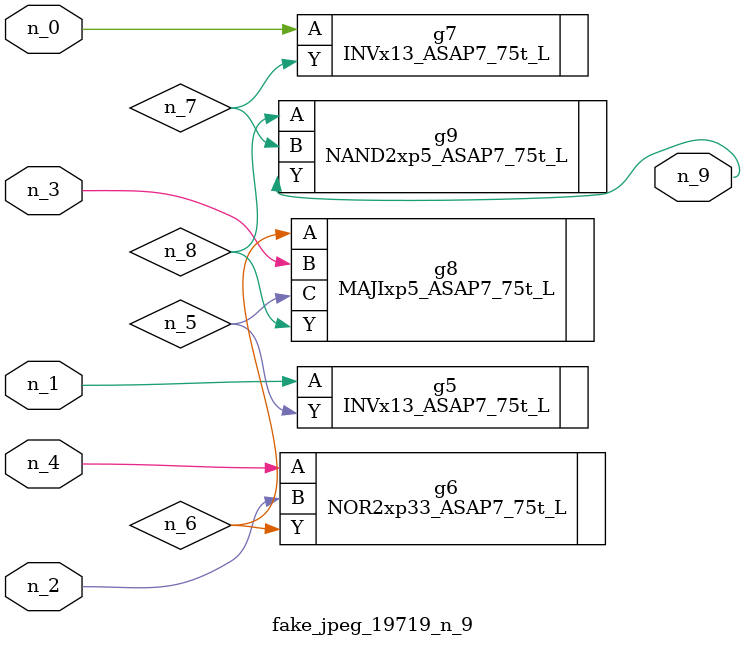
<source format=v>
module fake_jpeg_19719_n_9 (n_3, n_2, n_1, n_0, n_4, n_9);

input n_3;
input n_2;
input n_1;
input n_0;
input n_4;

output n_9;

wire n_8;
wire n_6;
wire n_5;
wire n_7;

INVx13_ASAP7_75t_L g5 ( 
.A(n_1),
.Y(n_5)
);

NOR2xp33_ASAP7_75t_L g6 ( 
.A(n_4),
.B(n_2),
.Y(n_6)
);

INVx13_ASAP7_75t_L g7 ( 
.A(n_0),
.Y(n_7)
);

MAJIxp5_ASAP7_75t_L g8 ( 
.A(n_6),
.B(n_3),
.C(n_5),
.Y(n_8)
);

NAND2xp5_ASAP7_75t_L g9 ( 
.A(n_8),
.B(n_7),
.Y(n_9)
);


endmodule
</source>
